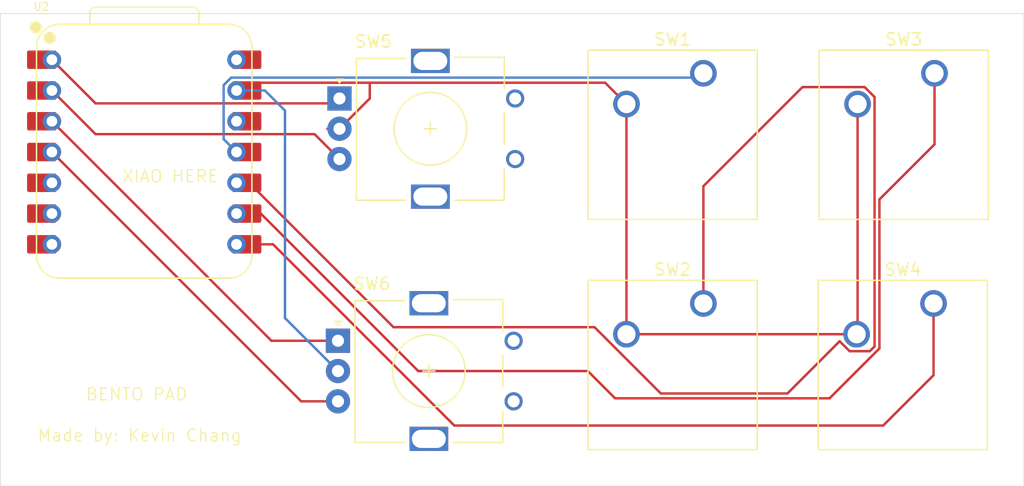
<source format=kicad_pcb>
(kicad_pcb (version 20241229) (generator "pcbnew") (generator_version "9.0")
  (layers (0 "F.Cu" signal) (2 "B.Cu" signal) (13 "F.Paste" user) (15 "B.Paste" user) (5 "F.SilkS" user "F.Silkscreen") (7 "B.SilkS" user "B.Silkscreen") (1 "F.Mask" user) (3 "B.Mask" user) (25 "Edge.Cuts" user))
  (net 0 "")
  (net 1 "GND")
  (net 2 "SW1")
  (net 3 "SW2")
  (net 4 "SW3")
  (net 5 "SW4")
  (net 6 "END1A")
  (net 7 "END1B")
  (net 8 "END2B")
  (net 9 "END2A")
  (net 10 "unconnected-(U2-3V3-Pad12)")
  (footprint "Button_Switch_Keyboard:SW_Cherry_MX_1.00u_PCB" (layer "F.Cu") (at 139.04 75.92)
    (property "Reference" "SW1" (at -2.54 -2.794 0) (layer "F.SilkS"))
    (property "Value" "SW_Push")
    (fp_line (start -9.525 -1.905) (end 4.445 -1.905) (stroke (width 0.12)) (layer "F.SilkS"))
    (fp_line (start -9.525 12.065) (end -9.525 -1.905) (stroke (width 0.12)) (layer "F.SilkS"))
    (fp_line (start 4.445 -1.905) (end 4.445 12.065) (stroke (width 0.12)) (layer "F.SilkS"))
    (fp_line (start 4.445 12.065) (end -9.525 12.065) (stroke (width 0.12)) (layer "F.SilkS"))
    (pad "" np_thru_hole circle (at -7.62 5.08) (size 1.7 1.7) (drill 1.7) (layers "*.Cu" "*.Mask"))
    (pad "" np_thru_hole circle (at -2.54 5.08) (size 4 4) (drill 4) (layers "*.Cu" "*.Mask"))
    (pad "" np_thru_hole circle (at 2.54 5.08) (size 1.7 1.7) (drill 1.7) (layers "*.Cu" "*.Mask"))
    (pad "1" thru_hole circle (at 0 0) (size 2.2 2.2) (drill 1.5) (layers "*.Cu" "*.Mask") (net 2 "SW1"))
    (pad "2" thru_hole circle (at -6.35 2.54) (size 2.2 2.2) (drill 1.5) (layers "*.Cu" "*.Mask") (net 1 "GND"))
  )
  (footprint "Rotary_Encoder:RotaryEncoder_Alps_EC11E_Vertical_H20mm" (layer "F.Cu") (at 109 78)
    (property "Reference" "SW5" (at 2.8 -4.7 0) (layer "F.SilkS"))
    (property "Value" "RotaryEncoder")
    (fp_line (start -0.3 -1.6) (end 0.3 -1.6) (stroke (width 0.12)) (layer "F.SilkS"))
    (fp_line (start 0 -1.3) (end -0.3 -1.6) (stroke (width 0.12)) (layer "F.SilkS"))
    (fp_line (start 0.3 -1.6) (end 0 -1.3) (stroke (width 0.12)) (layer "F.SilkS"))
    (fp_line (start 1.4 -3.3) (end 1.4 8.4) (stroke (width 0.12)) (layer "F.SilkS"))
    (fp_line (start 5.5 -3.3) (end 1.4 -3.3) (stroke (width 0.12)) (layer "F.SilkS"))
    (fp_line (start 5.5 8.4) (end 1.4 8.4) (stroke (width 0.12)) (layer "F.SilkS"))
    (fp_line (start 7 2.5) (end 8 2.5) (stroke (width 0.12)) (layer "F.SilkS"))
    (fp_line (start 7.5 2) (end 7.5 3) (stroke (width 0.12)) (layer "F.SilkS"))
    (fp_line (start 9.5 -3.4) (end 13.6 -3.4) (stroke (width 0.12)) (layer "F.SilkS"))
    (fp_line (start 13.6 -3.4) (end 13.6 -0.8) (stroke (width 0.12)) (layer "F.SilkS"))
    (fp_line (start 13.6 1.2) (end 13.6 3.8) (stroke (width 0.12)) (layer "F.SilkS"))
    (fp_line (start 13.6 5.8) (end 13.6 8.4) (stroke (width 0.12)) (layer "F.SilkS"))
    (fp_line (start 13.6 8.4) (end 9.5 8.4) (stroke (width 0.12)) (layer "F.SilkS"))
    (fp_circle (center 7.5 2.5) (end 10.5 2.5) (stroke (width 0.12)) (fill no) (layer "F.SilkS"))
    (pad "" thru_hole circle (at 14.5 0) (size 1.5 1.5) (drill 1) (layers "*.Cu" "*.Mask"))
    (pad "" thru_hole circle (at 14.5 5) (size 1.5 1.5) (drill 1) (layers "*.Cu" "*.Mask"))
    (pad "A" thru_hole rect (at 0 0) (size 2 2) (drill 1) (layers "*.Cu" "*.Mask") (net 6 "END1A"))
    (pad "B" thru_hole circle (at 0 5) (size 2 2) (drill 1) (layers "*.Cu" "*.Mask") (net 7 "END1B"))
    (pad "C" thru_hole circle (at 0 2.5) (size 2 2) (drill 1) (layers "*.Cu" "*.Mask") (net 1 "GND"))
    (pad "MP" thru_hole rect (at 7.5 -3.1) (size 3.2 2) (drill oval 2.8 1.5) (layers "*.Cu" "*.Mask"))
    (pad "MP" thru_hole rect (at 7.5 8.1) (size 3.2 2) (drill oval 2.8 1.5) (layers "*.Cu" "*.Mask"))
  )
  (footprint "Rotary_Encoder:RotaryEncoder_Alps_EC11E_Vertical_H20mm" (layer "F.Cu") (at 108.875 98)
    (property "Reference" "SW6" (at 2.8 -4.7 0) (layer "F.SilkS"))
    (property "Value" "RotaryEncoder")
    (fp_line (start -0.3 -1.6) (end 0.3 -1.6) (stroke (width 0.12)) (layer "F.SilkS"))
    (fp_line (start 0 -1.3) (end -0.3 -1.6) (stroke (width 0.12)) (layer "F.SilkS"))
    (fp_line (start 0.3 -1.6) (end 0 -1.3) (stroke (width 0.12)) (layer "F.SilkS"))
    (fp_line (start 1.4 -3.3) (end 1.4 8.4) (stroke (width 0.12)) (layer "F.SilkS"))
    (fp_line (start 5.5 -3.3) (end 1.4 -3.3) (stroke (width 0.12)) (layer "F.SilkS"))
    (fp_line (start 5.5 8.4) (end 1.4 8.4) (stroke (width 0.12)) (layer "F.SilkS"))
    (fp_line (start 7 2.5) (end 8 2.5) (stroke (width 0.12)) (layer "F.SilkS"))
    (fp_line (start 7.5 2) (end 7.5 3) (stroke (width 0.12)) (layer "F.SilkS"))
    (fp_line (start 9.5 -3.4) (end 13.6 -3.4) (stroke (width 0.12)) (layer "F.SilkS"))
    (fp_line (start 13.6 -3.4) (end 13.6 -0.8) (stroke (width 0.12)) (layer "F.SilkS"))
    (fp_line (start 13.6 1.2) (end 13.6 3.8) (stroke (width 0.12)) (layer "F.SilkS"))
    (fp_line (start 13.6 5.8) (end 13.6 8.4) (stroke (width 0.12)) (layer "F.SilkS"))
    (fp_line (start 13.6 8.4) (end 9.5 8.4) (stroke (width 0.12)) (layer "F.SilkS"))
    (fp_circle (center 7.5 2.5) (end 10.5 2.5) (stroke (width 0.12)) (fill no) (layer "F.SilkS"))
    (pad "" thru_hole circle (at 14.5 0) (size 1.5 1.5) (drill 1) (layers "*.Cu" "*.Mask"))
    (pad "" thru_hole circle (at 14.5 5) (size 1.5 1.5) (drill 1) (layers "*.Cu" "*.Mask"))
    (pad "A" thru_hole rect (at 0 0) (size 2 2) (drill 1) (layers "*.Cu" "*.Mask") (net 9 "END2A"))
    (pad "B" thru_hole circle (at 0 5) (size 2 2) (drill 1) (layers "*.Cu" "*.Mask") (net 8 "END2B"))
    (pad "C" thru_hole circle (at 0 2.5) (size 2 2) (drill 1) (layers "*.Cu" "*.Mask") (net 1 "GND"))
    (pad "MP" thru_hole rect (at 7.5 -3.1) (size 3.2 2) (drill oval 2.8 1.5) (layers "*.Cu" "*.Mask"))
    (pad "MP" thru_hole rect (at 7.5 8.1) (size 3.2 2) (drill oval 2.8 1.5) (layers "*.Cu" "*.Mask"))
  )
  (footprint "Button_Switch_Keyboard:SW_Cherry_MX_1.00u_PCB" (layer "F.Cu") (at 158.12 75.92)
    (property "Reference" "SW3" (at -2.54 -2.794 0) (layer "F.SilkS"))
    (property "Value" "SW_Push")
    (fp_line (start -9.525 -1.905) (end 4.445 -1.905) (stroke (width 0.12)) (layer "F.SilkS"))
    (fp_line (start -9.525 12.065) (end -9.525 -1.905) (stroke (width 0.12)) (layer "F.SilkS"))
    (fp_line (start 4.445 -1.905) (end 4.445 12.065) (stroke (width 0.12)) (layer "F.SilkS"))
    (fp_line (start 4.445 12.065) (end -9.525 12.065) (stroke (width 0.12)) (layer "F.SilkS"))
    (pad "" np_thru_hole circle (at -7.62 5.08) (size 1.7 1.7) (drill 1.7) (layers "*.Cu" "*.Mask"))
    (pad "" np_thru_hole circle (at -2.54 5.08) (size 4 4) (drill 4) (layers "*.Cu" "*.Mask"))
    (pad "" np_thru_hole circle (at 2.54 5.08) (size 1.7 1.7) (drill 1.7) (layers "*.Cu" "*.Mask"))
    (pad "1" thru_hole circle (at 0 0) (size 2.2 2.2) (drill 1.5) (layers "*.Cu" "*.Mask") (net 4 "SW3"))
    (pad "2" thru_hole circle (at -6.35 2.54) (size 2.2 2.2) (drill 1.5) (layers "*.Cu" "*.Mask") (net 1 "GND"))
  )
  (footprint "Button_Switch_Keyboard:SW_Cherry_MX_1.00u_PCB" (layer "F.Cu") (at 158.04 94.92)
    (property "Reference" "SW4" (at -2.54 -2.794 0) (layer "F.SilkS"))
    (property "Value" "SW_Push")
    (fp_line (start -9.525 -1.905) (end 4.445 -1.905) (stroke (width 0.12)) (layer "F.SilkS"))
    (fp_line (start -9.525 12.065) (end -9.525 -1.905) (stroke (width 0.12)) (layer "F.SilkS"))
    (fp_line (start 4.445 -1.905) (end 4.445 12.065) (stroke (width 0.12)) (layer "F.SilkS"))
    (fp_line (start 4.445 12.065) (end -9.525 12.065) (stroke (width 0.12)) (layer "F.SilkS"))
    (pad "" np_thru_hole circle (at -7.62 5.08) (size 1.7 1.7) (drill 1.7) (layers "*.Cu" "*.Mask"))
    (pad "" np_thru_hole circle (at -2.54 5.08) (size 4 4) (drill 4) (layers "*.Cu" "*.Mask"))
    (pad "" np_thru_hole circle (at 2.54 5.08) (size 1.7 1.7) (drill 1.7) (layers "*.Cu" "*.Mask"))
    (pad "1" thru_hole circle (at 0 0) (size 2.2 2.2) (drill 1.5) (layers "*.Cu" "*.Mask") (net 5 "SW4"))
    (pad "2" thru_hole circle (at -6.35 2.54) (size 2.2 2.2) (drill 1.5) (layers "*.Cu" "*.Mask") (net 1 "GND"))
  )
  (footprint "Button_Switch_Keyboard:SW_Cherry_MX_1.00u_PCB" (layer "F.Cu") (at 139.04 94.92)
    (property "Reference" "SW2" (at -2.54 -2.794 0) (layer "F.SilkS"))
    (property "Value" "SW_Push")
    (fp_line (start -9.525 -1.905) (end 4.445 -1.905) (stroke (width 0.12)) (layer "F.SilkS"))
    (fp_line (start -9.525 12.065) (end -9.525 -1.905) (stroke (width 0.12)) (layer "F.SilkS"))
    (fp_line (start 4.445 -1.905) (end 4.445 12.065) (stroke (width 0.12)) (layer "F.SilkS"))
    (fp_line (start 4.445 12.065) (end -9.525 12.065) (stroke (width 0.12)) (layer "F.SilkS"))
    (pad "" np_thru_hole circle (at -7.62 5.08) (size 1.7 1.7) (drill 1.7) (layers "*.Cu" "*.Mask"))
    (pad "" np_thru_hole circle (at -2.54 5.08) (size 4 4) (drill 4) (layers "*.Cu" "*.Mask"))
    (pad "" np_thru_hole circle (at 2.54 5.08) (size 1.7 1.7) (drill 1.7) (layers "*.Cu" "*.Mask"))
    (pad "1" thru_hole circle (at 0 0) (size 2.2 2.2) (drill 1.5) (layers "*.Cu" "*.Mask") (net 3 "SW2"))
    (pad "2" thru_hole circle (at -6.35 2.54) (size 2.2 2.2) (drill 1.5) (layers "*.Cu" "*.Mask") (net 1 "GND"))
  )
  (footprint "Seeed Studio XIAO Series Library:XIAO-RP2040-DIP" (layer "F.Cu") (at 92.88 82.42)
    (property "Reference" "U2" (at -8.5 -12 0) (layer "F.SilkS") (effects (font (size 0.635 0.635) (thickness 0.1016))))
    (property "Value" "XIAO-RP2040-DIP")
    (fp_line (start -8.89 8.509) (end -8.89 -8.636) (stroke (width 0.127)) (layer "F.SilkS"))
    (fp_line (start -6.985 10.414) (end 6.985 10.414) (stroke (width 0.127)) (layer "F.SilkS"))
    (fp_line (start -4.495 -10.541) (end -4.491272 -11.451272) (stroke (width 0.127)) (layer "F.SilkS"))
    (fp_line (start -3.991272 -11.951) (end 4.004 -11.951) (stroke (width 0.127)) (layer "F.SilkS"))
    (fp_line (start 4.504 -11.451) (end 4.504 -10.541) (stroke (width 0.127)) (layer "F.SilkS"))
    (fp_line (start 6.985 -10.541) (end -6.985 -10.541) (stroke (width 0.1)) (layer "F.SilkS"))
    (fp_line (start 6.985 -10.541) (end -6.985 -10.541) (stroke (width 0.127)) (layer "F.SilkS"))
    (fp_line (start 8.89 8.509) (end 8.89 -8.636) (stroke (width 0.127)) (layer "F.SilkS"))
    (fp_arc (start -8.89 -8.636) (mid -8.332038 -9.983038) (end -6.985 -10.541) (stroke (width 0.127)) (layer "F.SilkS"))
    (fp_arc (start -6.985 10.414) (mid -8.332038 9.856038) (end -8.89 8.509) (stroke (width 0.127)) (layer "F.SilkS"))
    (fp_arc (start -4.491272 -11.451272) (mid -4.344728 -11.80464) (end -3.991272 -11.951) (stroke (width 0.127)) (layer "F.SilkS"))
    (fp_arc (start 4.004 -11.951) (mid 4.357553 -11.804553) (end 4.504 -11.451) (stroke (width 0.127)) (layer "F.SilkS"))
    (fp_arc (start 6.985 -10.541) (mid 8.332038 -9.983038) (end 8.89 -8.636) (stroke (width 0.127)) (layer "F.SilkS"))
    (fp_arc (start 8.89 8.509) (mid 8.332038 9.856038) (end 6.985 10.414) (stroke (width 0.127)) (layer "F.SilkS"))
    (fp_circle (center -8.95 -10.3) (end -8.95 -10.554) (stroke (width 0.5)) (fill yes) (layer "F.SilkS"))
    (fp_circle (center -7.807 -9.42) (end -7.807 -9.674) (stroke (width 0.5)) (fill yes) (layer "F.SilkS"))
    (pad "1" smd roundrect (at -8.455 -7.62 180) (size 2.432 1.524) (layers "F.Cu" "F.Mask") (roundrect_rratio 0.1) (net 6 "END1A"))
    (pad "1" thru_hole circle (at -7.62 -7.62 180) (size 1.524 1.524) (drill 0.889) (layers "*.Cu" "*.Mask") (net 6 "END1A"))
    (pad "2" smd roundrect (at -8.455 -5.08 180) (size 2.432 1.524) (layers "F.Cu" "F.Mask") (roundrect_rratio 0.1) (net 7 "END1B"))
    (pad "2" thru_hole circle (at -7.62 -5.08 180) (size 1.524 1.524) (drill 0.889) (layers "*.Cu" "*.Mask") (net 7 "END1B"))
    (pad "3" smd roundrect (at -8.455 -2.54 180) (size 2.432 1.524) (layers "F.Cu" "F.Mask") (roundrect_rratio 0.1) (net 9 "END2A"))
    (pad "3" thru_hole circle (at -7.62 -2.54 180) (size 1.524 1.524) (drill 0.889) (layers "*.Cu" "*.Mask") (net 9 "END2A"))
    (pad "4" smd roundrect (at -8.455 0 180) (size 2.432 1.524) (layers "F.Cu" "F.Mask") (roundrect_rratio 0.1) (net 8 "END2B"))
    (pad "4" thru_hole circle (at -7.62 0 180) (size 1.524 1.524) (drill 0.889) (layers "*.Cu" "*.Mask") (net 8 "END2B"))
    (pad "5" smd roundrect (at -8.455 2.54 180) (size 2.432 1.524) (layers "F.Cu" "F.Mask") (roundrect_rratio 0.1))
    (pad "5" thru_hole circle (at -7.62 2.54 180) (size 1.524 1.524) (drill 0.889) (layers "*.Cu" "*.Mask"))
    (pad "6" smd roundrect (at -8.455 5.08 180) (size 2.432 1.524) (layers "F.Cu" "F.Mask") (roundrect_rratio 0.1))
    (pad "6" thru_hole circle (at -7.62 5.08 180) (size 1.524 1.524) (drill 0.889) (layers "*.Cu" "*.Mask"))
    (pad "7" smd roundrect (at -8.455 7.62 180) (size 2.432 1.524) (layers "F.Cu" "F.Mask") (roundrect_rratio 0.1))
    (pad "7" thru_hole circle (at -7.62 7.62 180) (size 1.524 1.524) (drill 0.889) (layers "*.Cu" "*.Mask"))
    (pad "8" thru_hole circle (at 7.62 7.62) (size 1.524 1.524) (drill 0.889) (layers "*.Cu" "*.Mask") (net 5 "SW4"))
    (pad "8" smd roundrect (at 8.455 7.62) (size 2.432 1.524) (layers "F.Cu" "F.Mask") (roundrect_rratio 0.1) (net 5 "SW4"))
    (pad "9" thru_hole circle (at 7.62 5.08) (size 1.524 1.524) (drill 0.889) (layers "*.Cu" "*.Mask") (net 4 "SW3"))
    (pad "9" smd roundrect (at 8.455 5.08) (size 2.432 1.524) (layers "F.Cu" "F.Mask") (roundrect_rratio 0.1) (net 4 "SW3"))
    (pad "10" thru_hole circle (at 7.62 2.54) (size 1.524 1.524) (drill 0.889) (layers "*.Cu" "*.Mask") (net 3 "SW2"))
    (pad "10" smd roundrect (at 8.455 2.54) (size 2.432 1.524) (layers "F.Cu" "F.Mask") (roundrect_rratio 0.1) (net 3 "SW2"))
    (pad "11" thru_hole circle (at 7.62 0) (size 1.524 1.524) (drill 0.889) (layers "*.Cu" "*.Mask") (net 2 "SW1"))
    (pad "11" smd roundrect (at 8.455 0) (size 2.432 1.524) (layers "F.Cu" "F.Mask") (roundrect_rratio 0.1) (net 2 "SW1"))
    (pad "12" thru_hole circle (at 7.62 -2.54) (size 1.524 1.524) (drill 0.889) (layers "*.Cu" "*.Mask") (net 10 "unconnected-(U2-3V3-Pad12)"))
    (pad "12" smd roundrect (at 8.455 -2.54) (size 2.432 1.524) (layers "F.Cu" "F.Mask") (roundrect_rratio 0.1) (net 10 "unconnected-(U2-3V3-Pad12)"))
    (pad "13" thru_hole circle (at 7.62 -5.08) (size 1.524 1.524) (drill 0.889) (layers "*.Cu" "*.Mask") (net 1 "GND"))
    (pad "13" smd roundrect (at 8.455 -5.08) (size 2.432 1.524) (layers "F.Cu" "F.Mask") (roundrect_rratio 0.1) (net 1 "GND"))
    (pad "14" thru_hole circle (at 7.62 -7.62) (size 1.524 1.524) (drill 0.889) (layers "*.Cu" "*.Mask"))
    (pad "14" smd roundrect (at 8.455 -7.62) (size 2.432 1.524) (layers "F.Cu" "F.Mask") (roundrect_rratio 0.1))
  )
  (gr_rect (start 81 71) (end 165.5 110) (stroke (width 0.05)) (fill no) (layer "Edge.Cuts"))
  (gr_text "Made by: Kevin Chang" (at 84 106.4 0) (layer "F.SilkS") (effects (font (size 1 1) (thickness 0.1)) (justify left bottom)))
  (gr_text "BENTO PAD" (at 88 103 0) (layer "F.SilkS") (effects (font (size 1 1) (thickness 0.1)) (justify left bottom)))
  (gr_text "XIAO HERE" (at 91 85 0) (layer "F.SilkS") (effects (font (size 1 1) (thickness 0.1)) (justify left bottom)))
  (segment (start 109 80.5) (end 111.5 78) (width 0.2) (layer "F.Cu") (net 1))
  (segment (start 111.5 76.699) (end 101.976 76.699) (width 0.2) (layer "F.Cu") (net 1))
  (segment (start 151.77 97.38) (end 151.69 97.46) (width 0.2) (layer "F.Cu") (net 1))
  (segment (start 101.976 76.699) (end 101.335 77.34) (width 0.2) (layer "F.Cu") (net 1))
  (segment (start 109.5 80.5) (end 109 80.5) (width 0.2) (layer "F.Cu") (net 1))
  (segment (start 132.69 97.46) (end 132.69 78.46) (width 0.2) (layer "F.Cu") (net 1))
  (segment (start 151.69 97.46) (end 132.69 97.46) (width 0.2) (layer "F.Cu") (net 1))
  (segment (start 130.929 76.699) (end 111.5 76.699) (width 0.2) (layer "F.Cu") (net 1))
  (segment (start 111.5 78) (end 111.5 76.699) (width 0.2) (layer "F.Cu") (net 1))
  (segment (start 132.69 78.46) (end 130.929 76.699) (width 0.2) (layer "F.Cu") (net 1))
  (segment (start 151.77 78.46) (end 151.77 97.38) (width 0.2) (layer "F.Cu") (net 1))
  (segment (start 109 80.5) (end 108 80.5) (width 0.2) (layer "F.Cu") (net 1))
  (segment (start 109 100.5) (end 108.875 100.5) (width 0.2) (layer "F.Cu") (net 1))
  (segment (start 109 80.5) (end 108.801 80.5) (width 0.2) (layer "F.Cu") (net 1))
  (segment (start 104.5 96.125) (end 104.5 79) (width 0.2) (layer "B.Cu") (net 1))
  (segment (start 102.84 77.34) (end 100.5 77.34) (width 0.2) (layer "B.Cu") (net 1))
  (segment (start 108.875 100.5) (end 104.5 96.125) (width 0.2) (layer "B.Cu") (net 1))
  (segment (start 104.5 79) (end 102.84 77.34) (width 0.2) (layer "B.Cu") (net 1))
  (segment (start 139.04 75.92) (end 138.683 76.277) (width 0.2) (layer "B.Cu") (net 2))
  (segment (start 138.683 76.277) (end 100.05969 76.277) (width 0.2) (layer "B.Cu") (net 2))
  (segment (start 99.437 76.89969) (end 99.437 81.357) (width 0.2) (layer "B.Cu") (net 2))
  (segment (start 100.05969 76.277) (end 99.437 76.89969) (width 0.2) (layer "B.Cu") (net 2))
  (segment (start 99.437 81.357) (end 100.5 82.42) (width 0.2) (layer "B.Cu") (net 2))
  (segment (start 101.53669 84.96) (end 113.456376 96.879686) (width 0.2) (layer "F.Cu") (net 3))
  (segment (start 147.21947 77.059) (end 139.04 85.23847) (width 0.2) (layer "F.Cu") (net 3))
  (segment (start 151.109686 98.861) (end 152.778 98.861) (width 0.2) (layer "F.Cu") (net 3))
  (segment (start 153.171 98.468) (end 153.171 77.879686) (width 0.2) (layer "F.Cu") (net 3))
  (segment (start 152.778 98.861) (end 153.171 98.468) (width 0.2) (layer "F.Cu") (net 3))
  (segment (start 130.05487 96.879686) (end 135.526184 102.351) (width 0.2) (layer "F.Cu") (net 3))
  (segment (start 100.5 84.96) (end 101.53669 84.96) (width 0.2) (layer "F.Cu") (net 3))
  (segment (start 113.456376 96.879686) (end 130.05487 96.879686) (width 0.2) (layer "F.Cu") (net 3))
  (segment (start 150.289 98.040314) (end 151.109686 98.861) (width 0.2) (layer "F.Cu") (net 3))
  (segment (start 100.5 84.96) (end 101.335 84.96) (width 0.2) (layer "F.Cu") (net 3))
  (segment (start 145.978314 102.351) (end 150.289 98.040314) (width 0.2) (layer "F.Cu") (net 3))
  (segment (start 135.526184 102.351) (end 145.978314 102.351) (width 0.2) (layer "F.Cu") (net 3))
  (segment (start 152.350314 77.059) (end 147.21947 77.059) (width 0.2) (layer "F.Cu") (net 3))
  (segment (start 153.171 77.879686) (end 152.350314 77.059) (width 0.2) (layer "F.Cu") (net 3))
  (segment (start 139.04 85.23847) (end 139.04 94.92) (width 0.2) (layer "F.Cu") (net 3))
  (segment (start 100.5 87.5) (end 102.5 87.5) (width 0.2) (layer "F.Cu") (net 4))
  (segment (start 149.4541 102.752) (end 153.572 98.6341) (width 0.2) (layer "F.Cu") (net 4))
  (segment (start 153.572 98.6341) (end 153.572 86.332816) (width 0.2) (layer "F.Cu") (net 4))
  (segment (start 129.5 100.5) (end 131.752 102.752) (width 0.2) (layer "F.Cu") (net 4))
  (segment (start 153.572 86.332816) (end 158.12 81.784816) (width 0.2) (layer "F.Cu") (net 4))
  (segment (start 115.5 100.5) (end 129.5 100.5) (width 0.2) (layer "F.Cu") (net 4))
  (segment (start 158.12 81.784816) (end 158.12 75.92) (width 0.2) (layer "F.Cu") (net 4))
  (segment (start 102.5 87.5) (end 115.5 100.5) (width 0.2) (layer "F.Cu") (net 4))
  (segment (start 131.752 102.752) (end 149.4541 102.752) (width 0.2) (layer "F.Cu") (net 4))
  (segment (start 118.477 105) (end 153.88153 105) (width 0.2) (layer "F.Cu") (net 5))
  (segment (start 103.517 90.04) (end 118.477 105) (width 0.2) (layer "F.Cu") (net 5))
  (segment (start 100.5 90.04) (end 103.517 90.04) (width 0.2) (layer "F.Cu") (net 5))
  (segment (start 158.04 100.84153) (end 158.04 94.92) (width 0.2) (layer "F.Cu") (net 5))
  (segment (start 153.88153 105) (end 158.04 100.84153) (width 0.2) (layer "F.Cu") (net 5))
  (segment (start 157.19847 94.92) (end 158.04 94.92) (width 0.2) (layer "F.Cu") (net 5))
  (segment (start 108.597 78.403) (end 88.863 78.403) (width 0.2) (layer "F.Cu") (net 6))
  (segment (start 88.863 78.403) (end 85.26 74.8) (width 0.2) (layer "F.Cu") (net 6))
  (segment (start 109 78) (end 108.597 78.403) (width 0.2) (layer "F.Cu") (net 6))
  (segment (start 88.863 80.943) (end 85.26 77.34) (width 0.2) (layer "F.Cu") (net 7))
  (segment (start 109 83) (end 106.943 80.943) (width 0.2) (layer "F.Cu") (net 7))
  (segment (start 106.943 80.943) (end 88.863 80.943) (width 0.2) (layer "F.Cu") (net 7))
  (segment (start 108.875 103) (end 105.84 103) (width 0.2) (layer "F.Cu") (net 8))
  (segment (start 105.84 103) (end 85.26 82.42) (width 0.2) (layer "F.Cu") (net 8))
  (segment (start 108.875 98) (end 103.38 98) (width 0.2) (layer "F.Cu") (net 9))
  (segment (start 103.38 98) (end 85.26 79.88) (width 0.2) (layer "F.Cu") (net 9))
  (segment (start 109 98) (end 108.875 98) (width 0.2) (layer "F.Cu") (net 9))
  (segment (start 101.335 79.88) (end 100.5 79.88) (width 0.2) (layer "F.Cu") (net 10))
)
</source>
